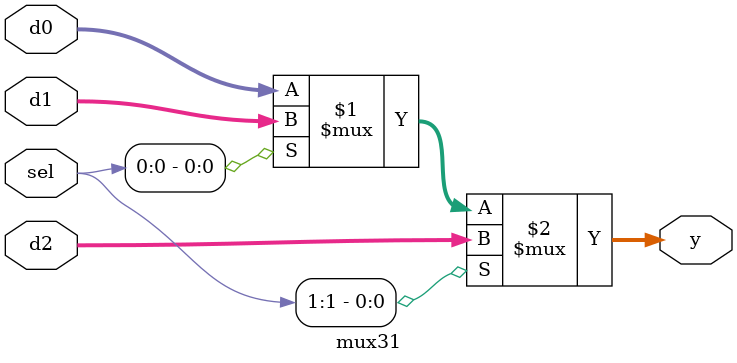
<source format=sv>
module mux31 #(parameter WIDTH = 8)(
		input logic [WIDTH-1:0] d0, // 00
		input logic [WIDTH-1:0] d1, // 01
		input logic [WIDTH-1:0] d2, // 10
		input logic [1:0] sel, // 2 bit for 0, 1, 2
		output logic [WIDTH-1:0] y
		);

	assign y = sel[1]? d2 : (sel[0]? d1 : d0);
endmodule

</source>
